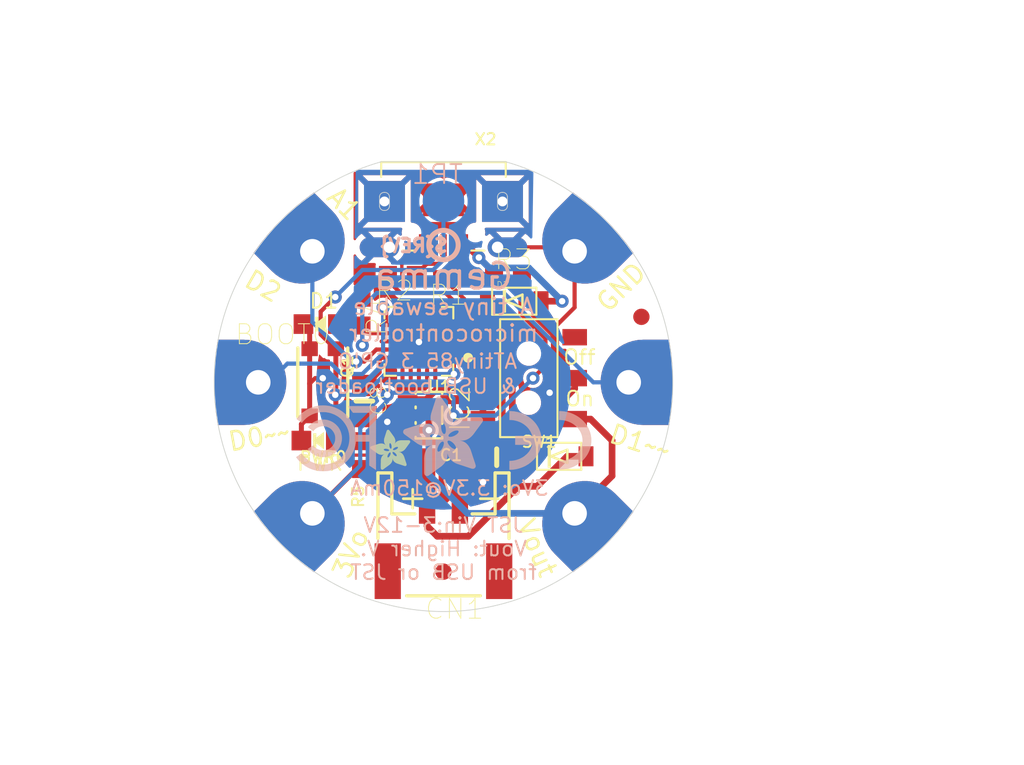
<source format=kicad_pcb>
(kicad_pcb (version 20221018) (generator pcbnew)
  (layers (0 "F.Cu" signal) (1 "In1.Cu" signal) (2 "In2.Cu" signal) (3 "In3.Cu" signal) (4 "In4.Cu" signal) (5 "In5.Cu" signal) (6 "In6.Cu" signal) (7 "In7.Cu" signal) (8 "In8.Cu" signal) (9 "In9.Cu" signal) (10 "In10.Cu" signal) (11 "In11.Cu" signal) (12 "In12.Cu" signal) (13 "In13.Cu" signal) (14 "In14.Cu" signal) (31 "B.Cu" signal) (34 "B.Paste" user) (35 "F.Paste" user) (36 "B.SilkS" user "B.Silkscreen") (37 "F.SilkS" user "F.Silkscreen") (38 "B.Mask" user) (39 "F.Mask" user) (44 "Edge.Cuts" user))
  (net 0 "")
  (net 1 "N$3")
  (net 2 "N$4")
  (net 3 "GND")
  (net 4 "+3V3")
  (net 5 "N$2")
  (net 6 "N$5")
  (net 7 "VBUS")
  (net 8 "B0")
  (net 9 "B2")
  (net 10 "N$1")
  (net 11 "B1")
  (net 12 "N$6")
  (net 13 "VBAT")
  (net 14 "N$7")
  (net 15 "N$8")
  (net 16 "N$9")
  (footprint "working:CHIPLED_0805_NOOUTLINE" (layer "F.Cu") (at 140.8811 108.293005 90)
    (fp_text reference "PWR0" (at -1.016 1.778) (layer "F.SilkS") (effects (font (size 0.692831 0.692831) (thickness 0.119969)) (justify right)))
    (fp_text value "green")
    (pad "A" smd rect (at 0 1.05 90) (size 1.2 1.2) (layers "F.Cu" "F.Paste" "F.Mask") (net 15 "N$8"))
    (pad "C" smd rect (at 0 -1.05 90) (size 1.2 1.2) (layers "F.Cu" "F.Paste" "F.Mask") (net 3 "GND"))
  )
  (footprint "working:SOT23-5L" (layer "F.Cu") (at 147.6121 106.743605 -90)
    (fp_text reference "IC2" (at -1.905 -1.905 90) (layer "F.SilkS") (effects (font (size 1.176528 1.176528) (thickness 0.093472)) (justify right)))
    (fp_text value "MIC5225-3.3v")
    (pad "1" smd rect (at -0.95 1.3 270) (size 0.55 1.2) (layers "F.Cu" "F.Paste" "F.Mask") (net 14 "N$7"))
    (pad "2" smd rect (at 0 1.3 270) (size 0.55 1.2) (layers "F.Cu" "F.Paste" "F.Mask") (net 3 "GND"))
    (pad "3" smd rect (at 0.95 1.3 270) (size 0.55 1.2) (layers "F.Cu" "F.Paste" "F.Mask") (net 14 "N$7"))
    (pad "4" smd rect (at 0.95 -1.3 270) (size 0.55 1.2) (layers "F.Cu" "F.Paste" "F.Mask"))
    (pad "5" smd rect (at -0.95 -1.3 270) (size 0.55 1.2) (layers "F.Cu" "F.Paste" "F.Mask") (net 4 "+3V3"))
  )
  (footprint "working:0805-NO" (layer "F.Cu") (at 151.7491 109.309005 180)
    (fp_text reference "C1" (at 2.032 0.127) (layer "F.SilkS") (effects (font (size 0.692831 0.692831) (thickness 0.119969)) (justify right)))
    (fp_text value "10uF")
    (pad "1" smd rect (at -0.95 0 180) (size 1.3 1.5) (layers "F.Cu" "F.Paste" "F.Mask") (net 16 "N$9"))
    (pad "2" smd rect (at 0.95 0 180) (size 1.3 1.5) (layers "F.Cu" "F.Paste" "F.Mask") (net 3 "GND"))
  )
  (footprint "working:4UCONN_20329" (layer "F.Cu") (at 148.5011 95.593005 180)
    (fp_text reference "X2" (at -3.31 5.699) (layer "F.SilkS") (effects (font (size 0.692831 0.692831) (thickness 0.119969)) (justify right)))
    (fp_text value "MicroUSB")
    (fp_line (start -3.9 2.2) (end -3.9 1.6) (stroke (width 0.05)) (layer "Edge.Cuts"))
    (fp_line (start -3.3 1.6) (end -3.3 2.2) (stroke (width 0.05)) (layer "Edge.Cuts"))
    (fp_line (start 3.3 2.2) (end 3.3 1.6) (stroke (width 0.05)) (layer "Edge.Cuts"))
    (fp_line (start 3.9 1.6) (end 3.9 2.2) (stroke (width 0.05)) (layer "Edge.Cuts"))
    (fp_arc (start -3.9 1.6) (mid -3.801777 1.412868) (end -3.6 1.35) (stroke (width 0.05)) (layer "Edge.Cuts"))
    (fp_arc (start -3.6 1.35) (mid -3.398223 1.412868) (end -3.3 1.6) (stroke (width 0.05)) (layer "Edge.Cuts"))
    (fp_arc (start -3.6 2.45) (mid -3.801777 2.387132) (end -3.9 2.2) (stroke (width 0.05)) (layer "Edge.Cuts"))
    (fp_arc (start -3.3 2.2) (mid -3.398223 2.387132) (end -3.6 2.45) (stroke (width 0.05)) (layer "Edge.Cuts"))
    (fp_arc (start 3.3 1.6) (mid 3.398223 1.412868) (end 3.6 1.35) (stroke (width 0.05)) (layer "Edge.Cuts"))
    (fp_arc (start 3.6 1.35) (mid 3.801777 1.412868) (end 3.9 1.6) (stroke (width 0.05)) (layer "Edge.Cuts"))
    (fp_arc (start 3.6 2.45) (mid 3.398223 2.387132) (end 3.3 2.2) (stroke (width 0.05)) (layer "Edge.Cuts"))
    (fp_arc (start 3.9 2.2) (mid 3.801777 2.387132) (end 3.6 2.45) (stroke (width 0.05)) (layer "Edge.Cuts"))
    (pad "" np_thru_hole circle (at -1.95 0 180) (size 0.7 0.7) (drill 0.7) (layers "*.Cu" "*.Mask"))
    (pad "" np_thru_hole circle (at 1.95 0 180) (size 0.7 0.7) (drill 0.7) (layers "*.Cu" "*.Mask"))
    (pad "BASE@1" smd rect (at -0.75 2 270) (size 2 1) (layers "F.Cu" "F.Paste" "F.Mask") (net 3 "GND"))
    (pad "BASE@2" smd rect (at 0.75 2 270) (size 2 1) (layers "F.Cu" "F.Paste" "F.Mask") (net 3 "GND"))
    (pad "D+" smd rect (at 0 -0.775 180) (size 0.4 1.35) (layers "F.Cu" "F.Paste") (net 5 "N$2"))
    (pad "D-" smd rect (at -0.65 -0.775 180) (size 0.4 1.35) (layers "F.Cu" "F.Paste") (net 6 "N$5"))
    (pad "GND" smd rect (at 1.3 -0.775 180) (size 0.4 1.35) (layers "F.Cu" "F.Paste") (net 3 "GND"))
    (pad "ID" smd rect (at 0.65 -0.775 180) (size 0.4 1.35) (layers "F.Cu" "F.Paste"))
    (pad "SPRT@1" thru_hole oval (at -3.3 -0.9) (size 2.416 1.208) (drill 0.7 (offset 0.604 0)) (layers "*.Cu" "*.Mask") (net 3 "GND"))
    (pad "SPRT@2" thru_hole oval (at 3.3 -0.9 180) (size 2.416 1.208) (drill 0.7 (offset 0.604 0)) (layers "*.Cu" "*.Mask") (net 3 "GND"))
    (pad "SPRT@3" thru_hole rect (at -3.6 1.9 270) (size 2.5 2.5) (drill 0.6) (layers "*.Cu" "*.Mask") (net 3 "GND"))
    (pad "SPRT@4" thru_hole rect (at 3.6 1.9 270) (size 2.5 2.5) (drill 0.6) (layers "*.Cu" "*.Mask") (net 3 "GND"))
    (pad "VBUS" smd rect (at -1.3 -0.775 180) (size 0.4 1.35) (layers "F.Cu" "F.Paste") (net 7 "VBUS"))
  )
  (footprint "working:ADAFRUIT_2.5MM" (layer "F.Cu") (at 146.4691 110.071005 90)
    (fp_text reference "U$2" hide)
    (fp_text value "" hide)
  )
  (footprint "working:SEWINGTAP_2.0" (layer "F.Cu") (at 156.5021 112.738005 -135)
    (fp_text reference "VBAT0" hide)
    (fp_text value "SEWTAP-2.0IN" hide)
    (fp_poly (pts (xy 1.097845 -2.657662) (xy 1.826708 -2.584729) (xy 2.6035 -2.467646) (xy 2.6035 -0.887081) (xy 2.584633 -0.575169) (xy 2.527959 -0.265914) (xy 2.434423 0.034255) (xy 2.305387 0.320961) (xy 2.142734 0.590022) (xy 1.948834 0.837517) (xy 1.726517 1.059834) (xy 1.479022 1.253734) (xy 1.209961 1.416387) (xy 0.923255 1.545423) (xy 0.623086 1.638959) (xy 0.313831 1.695633) (xy 0 1.714616) (xy -0.313831 1.695633) (xy -0.623086 1.638959) (xy -0.923255 1.545423) (xy -1.209961 1.416387) (xy -1.479022 1.253734) (xy -1.726517 1.059834) (xy -1.948834 0.837517) (xy -2.142734 0.590022) (xy -2.305387 0.320961) (xy -2.434423 0.034255) (xy -2.527959 -0.265914) (xy -2.584633 -0.575169) (xy -2.6035 -0.887081) (xy -2.6035 -2.467646) (xy -1.826708 -2.584729) (xy -1.097845 -2.657662) (xy -0.366252 -2.694174) (xy 0.366252 -2.694174)) (fill solid) (layer "F.Cu"))
    (fp_poly (pts (xy 1.097845 -2.657662) (xy 1.826708 -2.584729) (xy 2.6035 -2.467646) (xy 2.6035 -0.887081) (xy 2.584633 -0.575169) (xy 2.527959 -0.265914) (xy 2.434423 0.034255) (xy 2.305387 0.320961) (xy 2.142734 0.590022) (xy 1.948834 0.837517) (xy 1.726517 1.059834) (xy 1.479022 1.253734) (xy 1.209961 1.416387) (xy 0.923255 1.545423) (xy 0.623086 1.638959) (xy 0.313831 1.695633) (xy 0 1.714616) (xy -0.313831 1.695633) (xy -0.623086 1.638959) (xy -0.923255 1.545423) (xy -1.209961 1.416387) (xy -1.479022 1.253734) (xy -1.726517 1.059834) (xy -1.948834 0.837517) (xy -2.142734 0.590022) (xy -2.305387 0.320961) (xy -2.434423 0.034255) (xy -2.527959 -0.265914) (xy -2.584633 -0.575169) (xy -2.6035 -0.887081) (xy -2.6035 -2.467646) (xy -1.826708 -2.584729) (xy -1.097845 -2.657662) (xy -0.366252 -2.694174) (xy 0.366252 -2.694174)) (fill solid) (layer "B.Cu"))
    (pad "P$1" thru_hole circle (at 0 0 225) (size 2.54 2.54) (drill 1.5) (layers "*.Cu" "*.Mask") (net 14 "N$7"))
  )
  (footprint "working:JSTPH2" (layer "F.Cu") (at 148.5011 114.770005 180)
    (fp_text reference "CN1" (at -2.54 -3.81) (layer "F.SilkS") (effects (font (size 1.21668 1.21668) (thickness 0.05332)) (justify right)))
    (fp_text value "JST-PH")
    (pad "1" smd rect (at -1 3.7 180) (size 1 4.6) (layers "F.Cu" "F.Paste" "F.Mask") (net 3 "GND"))
    (pad "2" smd rect (at 1 3.7 180) (size 1 4.6) (layers "F.Cu" "F.Paste" "F.Mask") (net 13 "VBAT"))
    (pad "NC1" smd rect (at -3.4 -1.5 270) (size 3.4 1.6) (layers "F.Cu" "F.Paste" "F.Mask"))
    (pad "NC2" smd rect (at 3.4 -1.5 270) (size 3.4 1.6) (layers "F.Cu" "F.Paste" "F.Mask"))
  )
  (footprint "working:MLF20_4X4MM_0.5MM_ATMEL" (layer "F.Cu") (at 147.0011 102.237005 180)
    (fp_text reference "U1" (at -2.012 -2.77) (layer "F.SilkS") (effects (font (size 0.692831 0.692831) (thickness 0.119969)) (justify right)))
    (fp_text value "ATTINY85")
    (pad "1" smd roundrect (at -2 -1 180) (size 0.8 0.25) (layers "F.Cu" "F.Paste" "F.Mask") (roundrect_rratio 0.5) (net 10 "N$1"))
    (pad "2" smd roundrect (at -2 -0.5 180) (size 0.8 0.25) (layers "F.Cu" "F.Paste" "F.Mask") (roundrect_rratio 0.5) (net 1 "N$3"))
    (pad "3" smd roundrect (at -2 0 180) (size 0.8 0.25) (layers "F.Cu" "F.Paste" "F.Mask") (roundrect_rratio 0.5))
    (pad "4" smd roundrect (at -2 0.5 180) (size 0.8 0.25) (layers "F.Cu" "F.Paste" "F.Mask") (roundrect_rratio 0.5))
    (pad "5" smd roundrect (at -2 1 180) (size 0.8 0.25) (layers "F.Cu" "F.Paste" "F.Mask") (roundrect_rratio 0.5) (net 2 "N$4"))
    (pad "6" smd roundrect (at -1 2 270) (size 0.8 0.25) (layers "F.Cu" "F.Paste" "F.Mask") (roundrect_rratio 0.5))
    (pad "7" smd roundrect (at -0.5 2 270) (size 0.8 0.25) (layers "F.Cu" "F.Paste" "F.Mask") (roundrect_rratio 0.5))
    (pad "8" smd roundrect (at 0 2 270) (size 0.8 0.25) (layers "F.Cu" "F.Paste" "F.Mask") (roundrect_rratio 0.5) (net 3 "GND"))
    (pad "9" smd roundrect (at 0.5 2 270) (size 0.8 0.25) (layers "F.Cu" "F.Paste" "F.Mask") (roundrect_rratio 0.5))
    (pad "10" smd roundrect (at 1 2 270) (size 0.8 0.25) (layers "F.Cu" "F.Paste" "F.Mask") (roundrect_rratio 0.5))
    (pad "11" smd roundrect (at 2 1) (size 0.8 0.25) (layers "F.Cu" "F.Paste" "F.Mask") (roundrect_rratio 0.5) (net 8 "B0"))
    (pad "12" smd roundrect (at 2 0.5) (size 0.8 0.25) (layers "F.Cu" "F.Paste" "F.Mask") (roundrect_rratio 0.5) (net 11 "B1"))
    (pad "13" smd roundrect (at 2 0) (size 0.8 0.25) (layers "F.Cu" "F.Paste" "F.Mask") (roundrect_rratio 0.5))
    (pad "14" smd roundrect (at 2 -0.5) (size 0.8 0.25) (layers "F.Cu" "F.Paste" "F.Mask") (roundrect_rratio 0.5) (net 9 "B2"))
    (pad "15" smd roundrect (at 2 -1) (size 0.8 0.25) (layers "F.Cu" "F.Paste" "F.Mask") (roundrect_rratio 0.5) (net 4 "+3V3"))
    (pad "16" smd roundrect (at 1 -2 90) (size 0.8 0.25) (layers "F.Cu" "F.Paste" "F.Mask") (roundrect_rratio 0.5))
    (pad "17" smd roundrect (at 0.5 -2 90) (size 0.8 0.25) (layers "F.Cu" "F.Paste" "F.Mask") (roundrect_rratio 0.5))
    (pad "18" smd roundrect (at 0 -2 90) (size 0.8 0.25) (layers "F.Cu" "F.Paste" "F.Mask") (roundrect_rratio 0.5))
    (pad "19" smd roundrect (at -0.5 -2 90) (size 0.8 0.25) (layers "F.Cu" "F.Paste" "F.Mask") (roundrect_rratio 0.5))
    (pad "20" smd roundrect (at -1 -2 90) (size 0.8 0.25) (layers "F.Cu" "F.Paste" "F.Mask") (roundrect_rratio 0.5))
    (pad "THERMAL" smd rect (at 0 0 180) (size 2.6 2.6) (layers "F.Cu" "F.Mask") (net 3 "GND"))
  )
  (footprint "working:EG1390" (layer "F.Cu") (at 153.7081 104.483005 90)
    (fp_text reference "SW1" (at -3.886 1.764) (layer "F.SilkS") (effects (font (size 0.692831 0.692831) (thickness 0.119969)) (justify right)))
    (fp_text value "")
    (pad "" np_thru_hole circle (at -1.5 0 90) (size 1 1) (drill 1) (layers "*.Cu" "*.Mask"))
    (pad "" np_thru_hole circle (at 1.5 0 90) (size 1 1) (drill 1) (layers "*.Cu" "*.Mask"))
    (pad "O1" smd rect (at -2.5 -2.8 90) (size 1 1.5) (layers "F.Cu" "F.Paste" "F.Mask") (net 14 "N$7"))
    (pad "O2" smd rect (at -2.5 2.8 90) (size 1 1.5) (layers "F.Cu" "F.Paste" "F.Mask") (net 14 "N$7"))
    (pad "P1" smd rect (at 0 -2.8 90) (size 1 1.5) (layers "F.Cu" "F.Paste" "F.Mask") (net 16 "N$9"))
    (pad "P2" smd rect (at 0 2.8 90) (size 1 1.5) (layers "F.Cu" "F.Paste" "F.Mask") (net 16 "N$9"))
    (pad "S1" smd rect (at 2.5 -2.8 90) (size 1 1.5) (layers "F.Cu" "F.Paste" "F.Mask"))
    (pad "S2" smd rect (at 2.5 2.8 90) (size 1 1.5) (layers "F.Cu" "F.Paste" "F.Mask"))
  )
  (footprint "working:SEWINGTAP_2.0" (layer "F.Cu") (at 137.1981 104.737005 90)
    (fp_text reference "B0" hide)
    (fp_text value "SEWTAP-2.0IN" hide)
    (fp_poly (pts (xy 1.097845 -2.657662) (xy 1.826708 -2.584729) (xy 2.6035 -2.467646) (xy 2.6035 -0.887081) (xy 2.584633 -0.575169) (xy 2.527959 -0.265914) (xy 2.434423 0.034255) (xy 2.305387 0.320961) (xy 2.142734 0.590022) (xy 1.948834 0.837517) (xy 1.726517 1.059834) (xy 1.479022 1.253734) (xy 1.209961 1.416387) (xy 0.923255 1.545423) (xy 0.623086 1.638959) (xy 0.313831 1.695633) (xy 0 1.714616) (xy -0.313831 1.695633) (xy -0.623086 1.638959) (xy -0.923255 1.545423) (xy -1.209961 1.416387) (xy -1.479022 1.253734) (xy -1.726517 1.059834) (xy -1.948834 0.837517) (xy -2.142734 0.590022) (xy -2.305387 0.320961) (xy -2.434423 0.034255) (xy -2.527959 -0.265914) (xy -2.584633 -0.575169) (xy -2.6035 -0.887081) (xy -2.6035 -2.467646) (xy -1.826708 -2.584729) (xy -1.097845 -2.657662) (xy -0.366252 -2.694174) (xy 0.366252 -2.694174)) (fill solid) (layer "F.Cu"))
    (fp_poly (pts (xy 1.097845 -2.657662) (xy 1.826708 -2.584729) (xy 2.6035 -2.467646) (xy 2.6035 -0.887081) (xy 2.584633 -0.575169) (xy 2.527959 -0.265914) (xy 2.434423 0.034255) (xy 2.305387 0.320961) (xy 2.142734 0.590022) (xy 1.948834 0.837517) (xy 1.726517 1.059834) (xy 1.479022 1.253734) (xy 1.209961 1.416387) (xy 0.923255 1.545423) (xy 0.623086 1.638959) (xy 0.313831 1.695633) (xy 0 1.714616) (xy -0.313831 1.695633) (xy -0.623086 1.638959) (xy -0.923255 1.545423) (xy -1.209961 1.416387) (xy -1.479022 1.253734) (xy -1.726517 1.059834) (xy -1.948834 0.837517) (xy -2.142734 0.590022) (xy -2.305387 0.320961) (xy -2.434423 0.034255) (xy -2.527959 -0.265914) (xy -2.584633 -0.575169) (xy -2.6035 -0.887081) (xy -2.6035 -2.467646) (xy -1.826708 -2.584729) (xy -1.097845 -2.657662) (xy -0.366252 -2.694174) (xy 0.366252 -2.694174)) (fill solid) (layer "B.Cu"))
    (pad "P$1" thru_hole circle (at 0 0 90) (size 2.54 2.54) (drill 1.5) (layers "*.Cu" "*.Mask") (net 8 "B0"))
  )
  (footprint "working:SOD-123FL" (layer "F.Cu") (at 152.8191 99.784005)
    (fp_text reference "D2" (at -1.1 -1) (layer "F.SilkS") (effects (font (size 0.376489 0.376489) (thickness 0.029911)) (justify left)))
    (fp_text value "SCHOTTKY")
    (pad "A" smd rect (at 1.6375 0) (size 0.91 1.22) (layers "F.Cu" "F.Paste" "F.Mask") (net 7 "VBUS"))
    (pad "C" smd rect (at -1.6375 0) (size 0.91 1.22) (layers "F.Cu" "F.Paste" "F.Mask") (net 16 "N$9"))
  )
  (footprint "working:0603-NO" (layer "F.Cu") (at 149.2631 98.387005 180)
    (fp_text reference "R1" (at -0.762 -1.016) (layer "F.SilkS") (effects (font (size 1.21668 1.21668) (thickness 0.05332)) (justify right)))
    (fp_text value "68 (0603)")
    (pad "1" smd rect (at -0.85 0 180) (size 1.1 1) (layers "F.Cu" "F.Paste" "F.Mask") (net 6 "N$5"))
    (pad "2" smd rect (at 0.85 0 180) (size 1.1 1) (layers "F.Cu" "F.Paste" "F.Mask") (net 1 "N$3"))
  )
  (footprint "working:SEWINGTAP_2.0" (layer "F.Cu") (at 159.8041 104.737005 -90)
    (fp_text reference "B1" hide)
    (fp_text value "SEWTAP-2.0IN" hide)
    (fp_poly (pts (xy 1.097845 -2.657662) (xy 1.826708 -2.584729) (xy 2.6035 -2.467646) (xy 2.6035 -0.887081) (xy 2.584633 -0.575169) (xy 2.527959 -0.265914) (xy 2.434423 0.034255) (xy 2.305387 0.320961) (xy 2.142734 0.590022) (xy 1.948834 0.837517) (xy 1.726517 1.059834) (xy 1.479022 1.253734) (xy 1.209961 1.416387) (xy 0.923255 1.545423) (xy 0.623086 1.638959) (xy 0.313831 1.695633) (xy 0 1.714616) (xy -0.313831 1.695633) (xy -0.623086 1.638959) (xy -0.923255 1.545423) (xy -1.209961 1.416387) (xy -1.479022 1.253734) (xy -1.726517 1.059834) (xy -1.948834 0.837517) (xy -2.142734 0.590022) (xy -2.305387 0.320961) (xy -2.434423 0.034255) (xy -2.527959 -0.265914) (xy -2.584633 -0.575169) (xy -2.6035 -0.887081) (xy -2.6035 -2.467646) (xy -1.826708 -2.584729) (xy -1.097845 -2.657662) (xy -0.366252 -2.694174) (xy 0.366252 -2.694174)) (fill solid) (layer "F.Cu"))
    (fp_poly (pts (xy 1.097845 -2.657662) (xy 1.826708 -2.584729) (xy 2.6035 -2.467646) (xy 2.6035 -0.887081) (xy 2.584633 -0.575169) (xy 2.527959 -0.265914) (xy 2.434423 0.034255) (xy 2.305387 0.320961) (xy 2.142734 0.590022) (xy 1.948834 0.837517) (xy 1.726517 1.059834) (xy 1.479022 1.253734) (xy 1.209961 1.416387) (xy 0.923255 1.545423) (xy 0.623086 1.638959) (xy 0.313831 1.695633) (xy 0 1.714616) (xy -0.313831 1.695633) (xy -0.623086 1.638959) (xy -0.923255 1.545423) (xy -1.209961 1.416387) (xy -1.479022 1.253734) (xy -1.726517 1.059834) (xy -1.948834 0.837517) (xy -2.142734 0.590022) (xy -2.305387 0.320961) (xy -2.434423 0.034255) (xy -2.527959 -0.265914) (xy -2.584633 -0.575169) (xy -2.6035 -0.887081) (xy -2.6035 -2.467646) (xy -1.826708 -2.584729) (xy -1.097845 -2.657662) (xy -0.366252 -2.694174) (xy 0.366252 -2.694174)) (fill solid) (layer "B.Cu"))
    (pad "P$1" thru_hole circle (at 0 0 270) (size 2.54 2.54) (drill 1.5) (layers "*.Cu" "*.Mask") (net 11 "B1"))
  )
  (footprint "working:CHIPLED_0805_NOOUTLINE" (layer "F.Cu") (at 141.0081 101.181005 90)
    (fp_text reference "BOOT0" (at -0.635 0.635) (layer "F.SilkS") (effects (font (size 1.21668 1.21668) (thickness 0.05332)) (justify right)))
    (fp_text value "red")
    (pad "A" smd rect (at 0 1.05 90) (size 1.2 1.2) (layers "F.Cu" "F.Paste" "F.Mask") (net 12 "N$6"))
    (pad "C" smd rect (at 0 -1.05 90) (size 1.2 1.2) (layers "F.Cu" "F.Paste" "F.Mask") (net 3 "GND"))
  )
  (footprint "working:SOD-123FL" (layer "F.Cu") (at 155.5591 109.255005)
    (fp_text reference "D3" (at -1.1 -1) (layer "F.SilkS") (effects (font (size 0.376489 0.376489) (thickness 0.029911)) (justify left)))
    (fp_text value "SCHOTTKY")
    (pad "A" smd rect (at 1.6375 0) (size 0.91 1.22) (layers "F.Cu" "F.Paste" "F.Mask") (net 13 "VBAT"))
    (pad "C" smd rect (at -1.6375 0) (size 0.91 1.22) (layers "F.Cu" "F.Paste" "F.Mask") (net 16 "N$9"))
  )
  (footprint "working:0603-NO" (layer "F.Cu") (at 145.9611 98.133005 180)
    (fp_text reference "R2" (at -0.762 -1.016) (layer "F.SilkS") (effects (font (size 1.21668 1.21668) (thickness 0.05332)) (justify right)))
    (fp_text value "68 (0603)")
    (pad "1" smd rect (at -0.85 0 180) (size 1.1 1) (layers "F.Cu" "F.Paste" "F.Mask") (net 5 "N$2"))
    (pad "2" smd rect (at 0.85 0 180) (size 1.1 1) (layers "F.Cu" "F.Paste" "F.Mask") (net 2 "N$4"))
  )
  (footprint "working:0603-NO" (layer "F.Cu") (at 152.4381 98.133005)
    (fp_text reference "R3" (at -0.889 -0.889) (layer "F.SilkS") (effects (font (size 1.21668 1.21668) (thickness 0.05332)) (justify left)))
    (fp_text value "1.5K (0603)")
    (pad "1" smd rect (at -0.85 0) (size 1.1 1) (layers "F.Cu" "F.Paste" "F.Mask") (net 6 "N$5"))
    (pad "2" smd rect (at 0.85 0) (size 1.1 1) (layers "F.Cu" "F.Paste" "F.Mask") (net 4 "+3V3"))
  )
  (footprint "working:BTN_KMR2_4.6X2.8" (layer "F.Cu") (at 141.1351 104.737005 -90)
    (fp_text reference "Q1" (at -1.732 -1.503 90) (layer "F.SilkS") (effects (font (size 0.692831 0.692831) (thickness 0.119969)) (justify right)))
    (fp_text value "reset")
    (pad "A" smd rect (at 2.05 -0.8 270) (size 0.9 1) (layers "F.Cu" "F.Paste" "F.Mask") (net 10 "N$1"))
    (pad "A'" smd rect (at -2.05 -0.8 270) (size 0.9 1) (layers "F.Cu" "F.Paste" "F.Mask") (net 10 "N$1"))
    (pad "B" smd rect (at 2.05 0.8 270) (size 0.9 1) (layers "F.Cu" "F.Paste" "F.Mask") (net 3 "GND"))
    (pad "B'" smd rect (at -2.05 0.8 270) (size 0.9 1) (layers "F.Cu" "F.Paste" "F.Mask") (net 3 "GND"))
  )
  (footprint "working:FIDUCIAL_1MM" (layer "F.Cu") (at 160.5771 100.738005 90)
    (fp_text reference "U$1" hide)
    (fp_text value "FIDUCIAL\"\"" hide)
    (pad "1" smd roundrect (at 0 0 90) (size 1 1) (layers "F.Cu" "F.Mask") (roundrect_rratio 0.5))
  )
  (footprint "working:0603-NO" (layer "F.Cu") (at 143.5481 100.419005 -90)
    (fp_text reference "R4" (at -0.889 -0.889 90) (layer "F.SilkS") (effects (font (size 1.21668 1.21668) (thickness 0.05332)) (justify right)))
    (fp_text value "470 (0603)")
    (pad "1" smd rect (at -0.85 0 270) (size 1.1 1) (layers "F.Cu" "F.Paste" "F.Mask") (net 12 "N$6"))
    (pad "2" smd rect (at 0.85 0 270) (size 1.1 1) (layers "F.Cu" "F.Paste" "F.Mask") (net 11 "B1"))
  )
  (footprint "working:SEWINGTAP_2.0" (layer "F.Cu") (at 140.5001 96.736005 45)
    (fp_text reference "B2" hide)
    (fp_text value "SEWTAP-2.0IN" hide)
    (fp_poly (pts (xy 1.097845 -2.657662) (xy 1.826708 -2.584729) (xy 2.6035 -2.467646) (xy 2.6035 -0.887081) (xy 2.584633 -0.575169) (xy 2.527959 -0.265914) (xy 2.434423 0.034255) (xy 2.305387 0.320961) (xy 2.142734 0.590022) (xy 1.948834 0.837517) (xy 1.726517 1.059834) (xy 1.479022 1.253734) (xy 1.209961 1.416387) (xy 0.923255 1.545423) (xy 0.623086 1.638959) (xy 0.313831 1.695633) (xy 0 1.714616) (xy -0.313831 1.695633) (xy -0.623086 1.638959) (xy -0.923255 1.545423) (xy -1.209961 1.416387) (xy -1.479022 1.253734) (xy -1.726517 1.059834) (xy -1.948834 0.837517) (xy -2.142734 0.590022) (xy -2.305387 0.320961) (xy -2.434423 0.034255) (xy -2.527959 -0.265914) (xy -2.584633 -0.575169) (xy -2.6035 -0.887081) (xy -2.6035 -2.467646) (xy -1.826708 -2.584729) (xy -1.097845 -2.657662) (xy -0.366252 -2.694174) (xy 0.366252 -2.694174)) (fill solid) (layer "F.Cu"))
    (fp_poly (pts (xy 1.097845 -2.657662) (xy 1.826708 -2.584729) (xy 2.6035 -2.467646) (xy 2.6035 -0.887081) (xy 2.584633 -0.575169) (xy 2.527959 -0.265914) (xy 2.434423 0.034255) (xy 2.305387 0.320961) (xy 2.142734 0.590022) (xy 1.948834 0.837517) (xy 1.726517 1.059834) (xy 1.479022 1.253734) (xy 1.209961 1.416387) (xy 0.923255 1.545423) (xy 0.623086 1.638959) (xy 0.313831 1.695633) (xy 0 1.714616) (xy -0.313831 1.695633) (xy -0.623086 1.638959) (xy -0.923255 1.545423) (xy -1.209961 1.416387) (xy -1.479022 1.253734) (xy -1.726517 1.059834) (xy -1.948834 0.837517) (xy -2.142734 0.590022) (xy -2.305387 0.320961) (xy -2.434423 0.034255) (xy -2.527959 -0.265914) (xy -2.584633 -0.575169) (xy -2.6035 -0.887081) (xy -2.6035 -2.467646) (xy -1.826708 -2.584729) (xy -1.097845 -2.657662) (xy -0.366252 -2.694174) (xy 0.366252 -2.694174)) (fill solid) (layer "B.Cu"))
    (pad "P$1" thru_hole circle (at 0 0 45) (size 2.54 2.54) (drill 1.5) (layers "*.Cu" "*.Mask") (net 9 "B2"))
  )
  (footprint "working:FIDUCIAL_1MM" (layer "F.Cu") (at 148.5011 116.297005)
    (fp_text reference "U$6" hide)
    (fp_text value "FIDUCIAL\"\"" hide)
    (pad "1" smd roundrect (at 0 0) (size 1 1) (layers "F.Cu" "F.Mask") (roundrect_rratio 0.5))
  )
  (footprint "working:0603-NO" (layer "F.Cu") (at 143.4211 109.182005 -90)
    (fp_text reference "R5" (at 1.778 0.127 90) (layer "F.SilkS") (effects (font (size 0.692831 0.692831) (thickness 0.119969)) (justify right)))
    (fp_text value "470 (0603)")
    (pad "1" smd rect (at -0.85 0 270) (size 1.1 1) (layers "F.Cu" "F.Paste" "F.Mask") (net 15 "N$8"))
    (pad "2" smd rect (at 0.85 0 270) (size 1.1 1) (layers "F.Cu" "F.Paste" "F.Mask") (net 4 "+3V3"))
  )
  (footprint "working:0805-NO" (layer "F.Cu") (at 143.6751 105.880005 -90)
    (fp_text reference "C8" (at -1 -0.875 90) (layer "F.SilkS") (effects (font (size 0.96268 0.96268) (thickness 0.05332)) (justify right)))
    (fp_text value "10uF")
    (pad "1" smd rect (at -0.95 0 270) (size 1.3 1.5) (layers "F.Cu" "F.Paste" "F.Mask") (net 4 "+3V3"))
    (pad "2" smd rect (at 0.95 0 270) (size 1.3 1.5) (layers "F.Cu" "F.Paste" "F.Mask") (net 3 "GND"))
  )
  (footprint "working:SEWINGTAP_2.0" (layer "F.Cu") (at 156.5021 96.736005 -45)
    (fp_text reference "GND0" hide)
    (fp_text value "SEWTAP-2.0IN" hide)
    (fp_poly (pts (xy 1.097845 -2.657662) (xy 1.826708 -2.584729) (xy 2.6035 -2.467646) (xy 2.6035 -0.887081) (xy 2.584633 -0.575169) (xy 2.527959 -0.265914) (xy 2.434423 0.034255) (xy 2.305387 0.320961) (xy 2.142734 0.590022) (xy 1.948834 0.837517) (xy 1.726517 1.059834) (xy 1.479022 1.253734) (xy 1.209961 1.416387) (xy 0.923255 1.545423) (xy 0.623086 1.638959) (xy 0.313831 1.695633) (xy 0 1.714616) (xy -0.313831 1.695633) (xy -0.623086 1.638959) (xy -0.923255 1.545423) (xy -1.209961 1.416387) (xy -1.479022 1.253734) (xy -1.726517 1.059834) (xy -1.948834 0.837517) (xy -2.142734 0.590022) (xy -2.305387 0.320961) (xy -2.434423 0.034255) (xy -2.527959 -0.265914) (xy -2.584633 -0.575169) (xy -2.6035 -0.887081) (xy -2.6035 -2.467646) (xy -1.826708 -2.584729) (xy -1.097845 -2.657662) (xy -0.366252 -2.694174) (xy 0.366252 -2.694174)) (fill solid) (layer "F.Cu"))
    (fp_poly (pts (xy 1.097845 -2.657662) (xy 1.826708 -2.584729) (xy 2.6035 -2.467646) (xy 2.6035 -0.887081) (xy 2.584633 -0.575169) (xy 2.527959 -0.265914) (xy 2.434423 0.034255) (xy 2.305387 0.320961) (xy 2.142734 0.590022) (xy 1.948834 0.837517) (xy 1.726517 1.059834) (xy 1.479022 1.253734) (xy 1.209961 1.416387) (xy 0.923255 1.545423) (xy 0.623086 1.638959) (xy 0.313831 1.695633) (xy 0 1.714616) (xy -0.313831 1.695633) (xy -0.623086 1.638959) (xy -0.923255 1.545423) (xy -1.209961 1.416387) (xy -1.479022 1.253734) (xy -1.726517 1.059834) (xy -1.948834 0.837517) (xy -2.142734 0.590022) (xy -2.305387 0.320961) (xy -2.434423 0.034255) (xy -2.527959 -0.265914) (xy -2.584633 -0.575169) (xy -2.6035 -0.887081) (xy -2.6035 -2.467646) (xy -1.826708 -2.584729) (xy -1.097845 -2.657662) (xy -0.366252 -2.694174) (xy 0.366252 -2.694174)) (fill solid) (layer "B.Cu"))
    (pad "P$1" thru_hole circle (at 0 0 315) (size 2.54 2.54) (drill 1.5) (layers "*.Cu" "*.Mask") (net 3 "GND"))
  )
  (footprint "working:SEWINGTAP_2.0" (layer "F.Cu") (at 140.5001 112.738005 135)
    (fp_text reference "UNK3V3" hide)
    (fp_text value "SEWTAP-2.0IN" hide)
    (fp_poly (pts (xy 1.097845 -2.657662) (xy 1.826708 -2.584729) (xy 2.6035 -2.467646) (xy 2.6035 -0.887081) (xy 2.584633 -0.575169) (xy 2.527959 -0.265914) (xy 2.434423 0.034255) (xy 2.305387 0.320961) (xy 2.142734 0.590022) (xy 1.948834 0.837517) (xy 1.726517 1.059834) (xy 1.479022 1.253734) (xy 1.209961 1.416387) (xy 0.923255 1.545423) (xy 0.623086 1.638959) (xy 0.313831 1.695633) (xy 0 1.714616) (xy -0.313831 1.695633) (xy -0.623086 1.638959) (xy -0.923255 1.545423) (xy -1.209961 1.416387) (xy -1.479022 1.253734) (xy -1.726517 1.059834) (xy -1.948834 0.837517) (xy -2.142734 0.590022) (xy -2.305387 0.320961) (xy -2.434423 0.034255) (xy -2.527959 -0.265914) (xy -2.584633 -0.575169) (xy -2.6035 -0.887081) (xy -2.6035 -2.467646) (xy -1.826708 -2.584729) (xy -1.097845 -2.657662) (xy -0.366252 -2.694174) (xy 0.366252 -2.694174)) (fill solid) (layer "F.Cu"))
    (fp_poly (pts (xy 1.097845 -2.657662) (xy 1.826708 -2.584729) (xy 2.6035 -2.467646) (xy 2.6035 -0.887081) (xy 2.584633 -0.575169) (xy 2.527959 -0.265914) (xy 2.434423 0.034255) (xy 2.305387 0.320961) (xy 2.142734 0.590022) (xy 1.948834 0.837517) (xy 1.726517 1.059834) (xy 1.479022 1.253734) (xy 1.209961 1.416387) (xy 0.923255 1.545423) (xy 0.623086 1.638959) (xy 0.313831 1.695633) (xy 0 1.714616) (xy -0.313831 1.695633) (xy -0.623086 1.638959) (xy -0.923255 1.545423) (xy -1.209961 1.416387) (xy -1.479022 1.253734) (xy -1.726517 1.059834) (xy -1.948834 0.837517) (xy -2.142734 0.590022) (xy -2.305387 0.320961) (xy -2.434423 0.034255) (xy -2.527959 -0.265914) (xy -2.584633 -0.575169) (xy -2.6035 -0.887081) (xy -2.6035 -2.467646) (xy -1.826708 -2.584729) (xy -1.097845 -2.657662) (xy -0.366252 -2.694174) (xy 0.366252 -2.694174)) (fill solid) (layer "B.Cu"))
    (pad "P$1" thru_hole circle (at 0 0 135) (size 2.54 2.54) (drill 1.5) (layers "*.Cu" "*.Mask") (net 4 "+3V3"))
  )
  (footprint "working:SYMBOL_FCC_5MM" (layer "B.Cu") (at 144.4371 110.198005 180)
    (fp_text reference "U$8" hide)
    (fp_text value "" hide)
  )
  (footprint "working:PCBFEAT-REV-040" (layer "B.Cu") (at 148.5011 96.355005 180)
    (fp_text reference "U$10" hide)
    (fp_text value "" hide)
    (fp_text user "${REV}" (at -0.3556 -0.508) (layer "B.SilkS") (effects (font (size 0.8128 0.8128) (thickness 0.2032)) (justify left bottom mirror)))
  )
  (footprint "working:ADAFRUIT_5MM" (layer "B.Cu") (at 150.9141 110.452005 180)
    (fp_text reference "U$7" hide)
    (fp_text value "" hide)
  )
  (footprint "working:SYMBOL_CE_5MM" (layer "B.Cu") (at 157.5181 110.071005 180)
    (fp_text reference "U$9" hide)
    (fp_text value "" hide)
  )
  (footprint "working:B2,54" (layer "B.Cu") (at 148.5011 93.688005 180)
    (fp_text reference "TP1" (at -1.27 1.651) (layer "B.SilkS") (effects (font (size 1.1557 1.1557) (thickness 0.1143)) (justify left mirror)))
    (fp_text value "TPB2,54")
    (pad "TP" smd roundrect (at 0 0 180) (size 2.54 2.54) (layers "B.Cu" "B.Mask") (roundrect_rratio 0.5) (net 10 "N$1"))
  )
  (gr_arc (start 152.3111 91.275005) (mid 148.5011 118.732194) (end 144.6911 91.275005) (stroke (width 0.05)) (layer "Edge.Cuts"))
  (gr_line (start 144.6911 91.275005) (end 152.3111 91.275005) (stroke (width 0.05)) (layer "Edge.Cuts"))
  (gr_text "A tiny sewable\nmicrocontroller" (at 148.5011 100.927005) (layer "B.SilkS") (effects (font (size 1.00584 1.00584) (thickness 0.13716)) (justify mirror)))
  (gr_text "ATtiny85 3 GPIO" (at 153.0731 103.975005) (layer "B.SilkS") (effects (font (size 0.89408 0.89408) (thickness 0.12192)) (justify left bottom mirror)))
  (gr_text "Gemma" (at 148.5011 98.260005) (layer "B.SilkS") (effects (font (size 1.56464 1.56464) (thickness 0.21336)) (justify mirror)))
  (gr_text "& USB bootloader" (at 153.0731 105.499005) (layer "B.SilkS") (effects (font (size 0.89408 0.89408) (thickness 0.12192)) (justify left bottom mirror)))
  (gr_text "3Vo: 3.3V@150mA" (at 154.9781 111.722005) (layer "B.SilkS") (effects (font (size 0.89408 0.89408) (thickness 0.12192)) (justify left bottom mirror)))
  (gr_text "JST Vin:3-12V\nVout: Higher V.\nfrom USB or JST" (at 148.5011 114.897005) (layer "B.SilkS") (effects (font (size 0.89408 0.89408) (thickness 0.12192)) (justify mirror)))
  (gr_text "On" (at 155.8671 106.261005) (layer "F.SilkS") (effects (font (size 0.89408 0.89408) (thickness 0.12192)) (justify left bottom)))
  (gr_text "A1" (at 143.679429 94.163137 315) (layer "F.SilkS") (effects (font (size 1.1176 1.1176) (thickness 0.1524)) (justify right top)))
  (gr_text "Vout" (at 152.8191 113.373005 294) (layer "F.SilkS") (effects (font (size 1.1176 1.1176) (thickness 0.1524)) (justify left bottom)))
  (gr_text "PWR" (at 139.4841 110.198005) (layer "F.SilkS") (effects (font (size 0.89408 0.89408) (thickness 0.12192)) (justify left bottom)))
  (gr_text "+" (at 145.5801 112.611005) (layer "F.SilkS") (effects (font (size 1.50876 1.50876) (thickness 0.16764)) (justify left bottom)))
  (gr_text "D2" (at 138.8491 98.895005 330) (layer "F.SilkS") (effects (font (size 1.1176 1.1176) (thickness 0.1524)) (justify right top)))
  (gr_text "D0~~" (at 135.4201 109.055005 10) (layer "F.SilkS") (effects (font (size 1.1176 1.1176) (thickness 0.1524)) (justify left bottom)))
  (gr_text "3Vo" (at 142.7861 116.929005 66) (layer "F.SilkS") (effects (font (size 1.1176 1.1176) (thickness 0.1524)) (justify left bottom)))
  (gr_text "D1~~" (at 158.4071 108.420005 342) (layer "F.SilkS") (effects (font (size 1.1176 1.1176) (thickness 0.1524)) (justify left bottom)))
  (gr_text "D1" (at 140.2461 100.292005) (layer "F.SilkS") (effects (font (size 0.89408 0.89408) (thickness 0.12192)) (justify left bottom)))
  (gr_text "Off" (at 155.7401 103.721005) (layer "F.SilkS") (effects (font (size 0.89408 0.89408) (thickness 0.12192)) (justify left bottom)))
  (gr_text "GND" (at 158.5341 100.673005 45) (layer "F.SilkS") (effects (font (size 1.1176 1.1176) (thickness 0.1524)) (justify left bottom)))
  (gr_text "-" (at 150.2791 112.611005) (layer "F.SilkS") (effects (font (size 1.50876 1.50876) (thickness 0.16764)) (justify left bottom)))
  (segment (start 148.5011 98.387005) (end 148.4131 98.387005) (width 0.254) (layer "F.Cu") (net 1))
  (segment (start 149.7711 102.467005) (end 149.5011 102.737005) (width 0.254) (layer "F.Cu") (net 1))
  (segment (start 149.7711 99.657005) (end 149.7711 102.467005) (width 0.254) (layer "F.Cu") (net 1))
  (segment (start 149.5011 102.737005) (end 149.0011 102.737005) (width 0.254) (layer "F.Cu") (net 1))
  (segment (start 148.5011 98.387005) (end 149.7711 99.657005) (width 0.254) (layer "F.Cu") (net 1))
  (segment (start 149.1361 99.784005) (end 148.6281 99.276005) (width 0.254) (layer "F.Cu") (net 2))
  (segment (start 145.8731 99.276005) (end 145.1111 98.514005) (width 0.254) (layer "F.Cu") (net 2))
  (segment (start 145.1111 98.514005) (end 145.1111 98.133005) (width 0.254) (layer "F.Cu") (net 2))
  (segment (start 149.1361 101.102005) (end 149.0011 101.237005) (width 0.254) (layer "F.Cu") (net 2))
  (segment (start 149.1361 101.102005) (end 149.1361 99.784005) (width 0.254) (layer "F.Cu") (net 2))
  (segment (start 145.8731 99.276005) (end 148.6281 99.276005) (width 0.254) (layer "F.Cu") (net 2))
  (segment (start 140.3351 102.687005) (end 140.3351 101.558005) (width 0.3048) (layer "F.Cu") (net 3))
  (segment (start 156.5021 96.493005) (end 156.5021 96.736005) (width 0.254) (layer "F.Cu") (net 3))
  (segment (start 143.6751 106.830005) (end 143.8631 106.830005) (width 0.3048) (layer "F.Cu") (net 3))
  (segment (start 144.6911 108.039005) (end 144.6911 109.436005) (width 0.3048) (layer "F.Cu") (net 3))
  (segment (start 140.3351 106.787005) (end 140.3351 104.819033) (width 0.3048) (layer "F.Cu") (net 3))
  (segment (start 140.3351 104.819033) (end 140.3351 102.687005) (width 0.3048) (layer "F.Cu") (net 3))
  (segment (start 155.2321 105.118005) (end 154.9781 105.372005) (width 0.254) (layer "F.Cu") (net 3))
  (segment (start 140.3351 101.558005) (end 139.9581 101.181005) (width 0.3048) (layer "F.Cu") (net 3))
  (segment (start 140.671129 104.483005) (end 141.1351 104.483005) (width 0.254) (layer "F.Cu") (net 3))
  (segment (start 156.5021 96.736005) (end 156.5021 100.165005) (width 0.254) (layer "F.Cu") (net 3))
  (segment (start 149.5011 110.722005) (end 149.5011 111.070005) (width 0.254) (layer "F.Cu") (net 3))
  (segment (start 139.8311 108.293005) (end 139.8311 107.291005) (width 0.3048) (layer "F.Cu") (net 3))
  (segment (start 139.8311 107.291005) (end 140.3351 106.787005) (width 0.3048) (layer "F.Cu") (net 3))
  (segment (start 156.5021 100.165005) (end 155.2321 101.435005) (width 0.254) (layer "F.Cu") (net 3))
  (segment (start 140.3351 104.819033) (end 140.671129 104.483005) (width 0.254) (layer "F.Cu") (net 3))
  (segment (start 151.8011 96.493005) (end 156.5021 96.493005) (width 0.254) (layer "F.Cu") (net 3))
  (segment (start 155.2321 101.435005) (end 155.2321 105.118005) (width 0.254) (layer "F.Cu") (net 3))
  (segment (start 149.7711 110.452005) (end 149.5011 110.722005) (width 0.254) (layer "F.Cu") (net 3))
  (via (at 141.1351 104.483005) (size 0.8001) (drill 0.3937) (layers "F.Cu" "B.Cu") (net 3))
  (via (at 147.0041 102.278005) (size 0.8001) (drill 0.3937) (layers "F.Cu" "B.Cu") (net 3))
  (via (at 154.9781 105.372005) (size 0.8001) (drill 0.3937) (layers "F.Cu" "B.Cu") (net 3))
  (via (at 145.0721 107.150005) (size 0.8001) (drill 0.3937) (layers "F.Cu" "B.Cu") (net 3))
  (via (at 150.9141 110.833005) (size 0.8001) (drill 0.3937) (layers "F.Cu" "B.Cu") (net 3))
  (segment (start 141.1351 104.483005) (end 141.0081 104.356005) (width 0.254) (layer "B.Cu") (net 3))
  (segment (start 141.0081 104.356005) (end 141.0081 104.102005) (width 0.254) (layer "B.Cu") (net 3))
  (segment (start 144.7011 103.237005) (end 144.6011 103.337005) (width 0.254) (layer "F.Cu") (net 4))
  (segment (start 144.5031 104.930005) (end 143.6751 104.930005) (width 0.254) (layer "F.Cu") (net 4))
  (segment (start 145.0011 103.237005) (end 144.7011 103.237005) (width 0.254) (layer "F.Cu") (net 4))
  (segment (start 153.2881 98.133005) (end 153.2001 98.221005) (width 0.254) (layer "F.Cu") (net 4))
  (segment (start 143.8021 104.930005) (end 143.6751 104.930005) (width 0.254) (layer "F.Cu") (net 4))
  (segment (start 145.0721 105.499005) (end 144.5031 104.930005) (width 0.254) (layer "F.Cu") (net 4))
  (segment (start 154.7241 102.070005) (end 154.7241 103.721005) (width 0.254) (layer "F.Cu") (net 4))
  (segment (start 153.2001 100.546005) (end 154.7241 102.070005) (width 0.254) (layer "F.Cu") (net 4))
  (segment (start 143.2061 110.032005) (end 140.5001 112.738005) (width 0.3048) (layer "F.Cu") (net 4))
  (segment (start 149.1107 105.992205) (end 149.1107 106.769005) (width 0.3048) (layer "F.Cu") (net 4))
  (segment (start 153.2001 98.221005) (end 153.2001 100.546005) (width 0.254) (layer "F.Cu") (net 4))
  (segment (start 154.7241 103.721005) (end 153.9621 104.483005) (width 0.254) (layer "F.Cu") (net 4))
  (segment (start 143.4211 110.032005) (end 143.2061 110.032005) (width 0.3048) (layer "F.Cu") (net 4))
  (segment (start 144.6011 103.337005) (end 144.6011 104.131005) (width 0.254) (layer "F.Cu") (net 4))
  (segment (start 148.9121 105.793605) (end 149.1107 105.992205) (width 0.3048) (layer "F.Cu") (net 4))
  (segment (start 144.6011 104.131005) (end 143.8021 104.930005) (width 0.254) (layer "F.Cu") (net 4))
  (via (at 149.1107 106.769005) (size 0.8001) (drill 0.3937) (layers "F.Cu" "B.Cu") (net 4))
  (via (at 153.9621 104.483005) (size 0.8001) (drill 0.3937) (layers "F.Cu" "B.Cu") (net 4))
  (via (at 145.0721 105.499005) (size 0.8001) (drill 0.3937) (layers "F.Cu" "B.Cu") (net 4))
  (segment (start 143.4211 107.531005) (end 143.4211 109.817005) (width 0.254) (layer "B.Cu") (net 4))
  (segment (start 153.9621 104.483005) (end 151.6761 106.769005) (width 0.254) (layer "B.Cu") (net 4))
  (segment (start 145.1991 105.372005) (end 145.0721 105.499005) (width 0.254) (layer "B.Cu") (net 4))
  (segment (start 148.7551 105.372005) (end 145.1991 105.372005) (width 0.254) (layer "B.Cu") (net 4))
  (segment (start 148.7551 105.372005) (end 149.1107 105.727605) (width 0.254) (layer "B.Cu") (net 4))
  (segment (start 145.0721 105.880005) (end 143.4211 107.531005) (width 0.254) (layer "B.Cu") (net 4))
  (segment (start 145.0721 105.499005) (end 145.0721 105.880005) (width 0.254) (layer "B.Cu") (net 4))
  (segment (start 143.4211 109.817005) (end 140.5001 112.738005) (width 0.254) (layer "B.Cu") (net 4))
  (segment (start 151.6761 106.769005) (end 149.1107 106.769005) (width 0.254) (layer "B.Cu") (net 4))
  (segment (start 149.1107 105.727605) (end 149.1107 106.769005) (width 0.254) (layer "B.Cu") (net 4))
  (segment (start 148.2471 97.498005) (end 147.4851 97.498005) (width 0.254) (layer "F.Cu") (net 5))
  (segment (start 147.4851 97.498005) (end 146.8501 98.133005) (width 0.254) (layer "F.Cu") (net 5))
  (segment (start 148.5011 97.244005) (end 148.2471 97.498005) (width 0.254) (layer "F.Cu") (net 5))
  (segment (start 148.5011 96.368005) (end 148.5011 97.244005) (width 0.254) (layer "F.Cu") (net 5))
  (segment (start 146.8501 98.133005) (end 146.8111 98.133005) (width 0.254) (layer "F.Cu") (net 5))
  (segment (start 150.3671 98.133005) (end 151.5881 98.133005) (width 0.254) (layer "F.Cu") (net 6))
  (segment (start 149.1361 97.117005) (end 149.1361 96.383005) (width 0.254) (layer "F.Cu") (net 6))
  (segment (start 150.3671 98.133005) (end 150.2791 98.221005) (width 0.254) (layer "F.Cu") (net 6))
  (segment (start 150.3671 98.348005) (end 150.2791 98.260005) (width 0.254) (layer "F.Cu") (net 6))
  (segment (start 150.2791 98.260005) (end 149.1361 97.117005) (width 0.254) (layer "F.Cu") (net 6))
  (segment (start 149.1361 96.383005) (end 149.1511 96.368005) (width 0.254) (layer "F.Cu") (net 6))
  (segment (start 150.1131 98.387005) (end 150.2791 98.221005) (width 0.254) (layer "F.Cu") (net 6))
  (segment (start 150.2791 98.221005) (end 150.2791 98.260005) (width 0.254) (layer "F.Cu") (net 6))
  (segment (start 154.4566 99.784005) (end 155.7401 99.784005) (width 0.4064) (layer "F.Cu") (net 7))
  (segment (start 149.8011 96.368005) (end 149.9111 96.368005) (width 0.4064) (layer "F.Cu") (net 7))
  (segment (start 149.9111 96.368005) (end 150.6601 97.117005) (width 0.4064) (layer "F.Cu") (net 7))
  (via (at 155.7401 99.784005) (size 0.8001) (drill 0.3937) (layers "F.Cu" "B.Cu") (net 7))
  (via (at 150.6601 97.117005) (size 0.8001) (drill 0.3937) (layers "F.Cu" "B.Cu") (net 7))
  (segment (start 150.6601 97.117005) (end 151.2951 97.752005) (width 0.4064) (layer "B.Cu") (net 7))
  (segment (start 153.7081 97.752005) (end 151.2951 97.752005) (width 0.4064) (layer "B.Cu") (net 7))
  (segment (start 155.7401 99.784005) (end 153.7081 97.752005) (width 0.4064) (layer "B.Cu") (net 7))
  (segment (start 145.0011 100.348005) (end 144.8181 100.165005) (width 0.254) (layer "F.Cu") (net 8))
  (segment (start 145.0011 101.237005) (end 145.0011 100.348005) (width 0.254) (layer "F.Cu") (net 8))
  (via (at 144.8181 100.165005) (size 0.8001) (drill 0.3937) (layers "F.Cu" "B.Cu") (net 8))
  (segment (start 143.5481 104.229005) (end 144.8181 102.959005) (width 0.254) (layer "B.Cu") (net 8))
  (segment (start 143.5481 104.229005) (end 142.2781 104.229005) (width 0.254) (layer "B.Cu") (net 8))
  (segment (start 141.6431 103.594005) (end 142.2781 104.229005) (width 0.254) (layer "B.Cu") (net 8))
  (segment (start 144.8181 100.165005) (end 144.8181 102.959005) (width 0.254) (layer "B.Cu") (net 8))
  (segment (start 141.6431 103.594005) (end 138.9761 103.594005) (width 0.254) (layer "B.Cu") (net 8))
  (segment (start 137.8331 104.737005) (end 137.1981 104.737005) (width 0.254) (layer "B.Cu") (net 8))
  (segment (start 138.9761 103.594005) (end 137.8331 104.737005) (width 0.254) (layer "B.Cu") (net 8))
  (segment (start 143.6711 103.467005) (end 143.1671 103.467005) (width 0.254) (layer "F.Cu") (net 9))
  (segment (start 144.4011 102.737005) (end 143.6711 103.467005) (width 0.254) (layer "F.Cu") (net 9))
  (segment (start 145.0011 102.737005) (end 144.4011 102.737005) (width 0.254) (layer "F.Cu") (net 9))
  (via (at 143.1671 103.467005) (size 0.8001) (drill 0.3937) (layers "F.Cu" "B.Cu") (net 9))
  (segment (start 140.5001 101.054005) (end 140.5001 96.736005) (width 0.254) (layer "B.Cu") (net 9))
  (segment (start 142.9131 103.467005) (end 143.1671 103.467005) (width 0.254) (layer "B.Cu") (net 9))
  (segment (start 140.5001 101.054005) (end 142.9131 103.467005) (width 0.254) (layer "B.Cu") (net 9))
  (segment (start 143.0401 103.467005) (end 143.1671 103.467005) (width 0.254) (layer "B.Cu") (net 9))
  (segment (start 141.8971 105.499005) (end 142.0241 105.372005) (width 0.254) (layer "F.Cu") (net 10))
  (segment (start 141.8791 102.687005) (end 141.9351 102.687005) (width 0.254) (layer "F.Cu") (net 10))
  (segment (start 149.1121 103.237005) (end 149.1361 103.261005) (width 0.254) (layer "F.Cu") (net 10))
  (segment (start 149.1361 103.261005) (end 149.1361 104.229005) (width 0.254) (layer "F.Cu") (net 10))
  (segment (start 141.9351 106.787005) (end 141.9351 105.537005) (width 0.254) (layer "F.Cu") (net 10))
  (segment (start 141.0081 100.419005) (end 141.0081 101.816005) (width 0.254) (layer "F.Cu") (net 10))
  (segment (start 141.9351 106.787005) (end 141.9351 102.687005) (width 0.3048) (layer "F.Cu") (net 10))
  (segment (start 141.8971 99.530005) (end 141.0081 100.419005) (width 0.254) (layer "F.Cu") (net 10))
  (segment (start 149.0011 103.237005) (end 149.1121 103.237005) (width 0.254) (layer "F.Cu") (net 10))
  (segment (start 141.9351 105.537005) (end 141.8971 105.499005) (width 0.254) (layer "F.Cu") (net 10))
  (segment (start 141.0081 101.816005) (end 141.8791 102.687005) (width 0.254) (layer "F.Cu") (net 10))
  (via (at 141.8971 105.499005) (size 0.8001) (drill 0.3937) (layers "F.Cu" "B.Cu") (net 10))
  (via (at 141.8971 99.530005) (size 0.8001) (drill 0.3937) (layers "F.Cu" "B.Cu") (net 10))
  (via (at 149.1361 104.229005) (size 0.8001) (drill 0.3937) (layers "F.Cu" "B.Cu") (net 10))
  (segment (start 148.5011 97.244005) (end 147.8661 97.879005) (width 0.254) (layer "B.Cu") (net 10))
  (segment (start 143.6751 105.499005) (end 141.8971 105.499005) (width 0.254) (layer "B.Cu") (net 10))
  (segment (start 143.6751 105.499005) (end 144.9451 104.229005) (width 0.254) (layer "B.Cu") (net 10))
  (segment (start 143.5481 97.879005) (end 141.8971 99.530005) (width 0.254) (layer "B.Cu") (net 10))
  (segment (start 147.8661 97.879005) (end 143.5481 97.879005) (width 0.254) (layer "B.Cu") (net 10))
  (segment (start 144.9451 104.229005) (end 149.1361 104.229005) (width 0.254) (layer "B.Cu") (net 10))
  (segment (start 148.5011 93.688005) (end 148.5011 97.244005) (width 0.254) (layer "B.Cu") (net 10))
  (segment (start 144.0161 101.737005) (end 143.5481 101.269005) (width 0.254) (layer "F.Cu") (net 11))
  (segment (start 145.0011 101.737005) (end 144.0161 101.737005) (width 0.254) (layer "F.Cu") (net 11))
  (segment (start 143.5481 101.269005) (end 143.5481 102.478005) (width 0.254) (layer "F.Cu") (net 11))
  (via (at 143.5481 102.478005) (size 0.8001) (drill 0.3937) (layers "F.Cu" "B.Cu") (net 11))
  (segment (start 144.4371 99.276005) (end 152.1841 99.276005) (width 0.254) (layer "B.Cu") (net 11))
  (segment (start 157.6451 104.737005) (end 159.8041 104.737005) (width 0.254) (layer "B.Cu") (net 11))
  (segment (start 152.1841 99.276005) (end 157.6451 104.737005) (width 0.254) (layer "B.Cu") (net 11))
  (segment (start 143.5481 100.165005) (end 144.4371 99.276005) (width 0.254) (layer "B.Cu") (net 11))
  (segment (start 143.5481 102.478005) (end 143.5481 100.165005) (width 0.254) (layer "B.Cu") (net 11))
  (segment (start 143.5091 99.730005) (end 142.0581 101.181005) (width 0.254) (layer "F.Cu") (net 12))
  (segment (start 143.5091 99.569005) (end 143.5091 99.730005) (width 0.254) (layer "F.Cu") (net 12))
  (segment (start 143.5091 99.569005) (end 143.5481 99.569005) (width 0.254) (layer "F.Cu") (net 12))
  (segment (start 153.0731 111.087005) (end 150.0251 114.135005) (width 0.4064) (layer "F.Cu") (net 13))
  (segment (start 148.1201 114.135005) (end 147.5011 113.516005) (width 0.4064) (layer "F.Cu") (net 13))
  (segment (start 156.0481 109.255005) (end 157.1966 109.255005) (width 0.4064) (layer "F.Cu") (net 13))
  (segment (start 154.2161 111.087005) (end 156.0481 109.255005) (width 0.4064) (layer "F.Cu") (net 13))
  (segment (start 150.0251 114.135005) (end 148.1201 114.135005) (width 0.4064) (layer "F.Cu") (net 13))
  (segment (start 147.5011 113.516005) (end 147.5011 111.070005) (width 0.4064) (layer "F.Cu") (net 13))
  (segment (start 153.0731 111.087005) (end 154.2161 111.087005) (width 0.4064) (layer "F.Cu") (net 13))
  (segment (start 157.4781 106.983005) (end 158.7881 108.293005) (width 0.4064) (layer "F.Cu") (net 14))
  (segment (start 158.7881 108.293005) (end 158.7881 110.452005) (width 0.4064) (layer "F.Cu") (net 14))
  (segment (start 149.6441 105.118005) (end 148.1201 105.118005) (width 0.3048) (layer "F.Cu") (net 14))
  (segment (start 146.3121 105.793605) (end 147.4445 105.793605) (width 0.4064) (layer "F.Cu") (net 14))
  (segment (start 156.5081 106.983005) (end 157.4781 106.983005) (width 0.4064) (layer "F.Cu") (net 14))
  (segment (start 149.6441 105.118005) (end 150.9081 106.382005) (width 0.3048) (layer "F.Cu") (net 14))
  (segment (start 150.9081 106.382005) (end 150.9081 106.983005) (width 0.4064) (layer "F.Cu") (net 14))
  (segment (start 146.3121 107.693605) (end 146.3477 107.658005) (width 0.4064) (layer "F.Cu") (net 14))
  (segment (start 147.6121 105.961205) (end 147.6121 107.658005) (width 0.4064) (layer "F.Cu") (net 14))
  (segment (start 158.7881 110.452005) (end 156.5021 112.738005) (width 0.4064) (layer "F.Cu") (net 14))
  (segment (start 146.3477 107.658005) (end 147.6121 107.658005) (width 0.4064) (layer "F.Cu") (net 14))
  (segment (start 147.4445 105.793605) (end 147.6121 105.961205) (width 0.4064) (layer "F.Cu") (net 14))
  (segment (start 147.4445 105.793605) (end 148.1201 105.118005) (width 0.4064) (layer "F.Cu") (net 14))
  (via (at 147.6121 107.658005) (size 0.8001) (drill 0.3937) (layers "F.Cu" "B.Cu") (net 14))
  (segment (start 149.9641 112.738005) (end 147.6121 110.386005) (width 0.4064) (layer "B.Cu") (net 14))
  (segment (start 147.6121 110.386005) (end 147.6121 107.658005) (width 0.4064) (layer "B.Cu") (net 14))
  (segment (start 156.5021 112.738005) (end 149.9641 112.738005) (width 0.4064) (layer "B.Cu") (net 14))
  (segment (start 143.3821 108.293005) (end 143.4211 108.332005) (width 0.3048) (layer "F.Cu") (net 15))
  (segment (start 141.9311 108.293005) (end 143.3821 108.293005) (width 0.3048) (layer "F.Cu") (net 15))
  (segment (start 152.5651 103.975005) (end 152.0571 104.483005) (width 0.4064) (layer "F.Cu") (net 16))
  (segment (start 152.6991 105.125005) (end 152.0571 104.483005) (width 0.4064) (layer "F.Cu") (net 16))
  (segment (start 152.6991 105.125005) (end 152.6991 107.664505) (width 0.4064) (layer "F.Cu") (net 16))
  (segment (start 152.5651 101.167505) (end 152.5651 103.975005) (width 0.4064) (layer "F.Cu") (net 16))
  (segment (start 151.1816 99.784005) (end 152.5651 101.167505) (width 0.4064) (layer "F.Cu") (net 16))
  (segment (start 156.5081 104.483005) (end 156.5081 105.112005) (width 0.4064) (layer "F.Cu") (net 16))
  (segment (start 152.0571 104.483005) (end 150.9081 104.483005) (width 0.4064) (layer "F.Cu") (net 16))
  (segment (start 153.9556 107.664505) (end 152.6991 107.664505) (width 0.4064) (layer "F.Cu") (net 16))
  (segment (start 152.6991 107.664505) (end 152.6991 109.309005) (width 0.4064) (layer "F.Cu") (net 16))
  (segment (start 153.8676 109.309005) (end 152.6991 109.309005) (width 0.4064) (layer "F.Cu") (net 16))
  (segment (start 156.5081 105.112005) (end 153.9556 107.664505) (width 0.4064) (layer "F.Cu") (net 16))
  (segment (start 153.9216 109.255005) (end 153.8676 109.309005) (width 0.254) (layer "F.Cu") (net 16))
  (zone (net 3) (net_name "GND") (layer "F.Cu") (priority 6) (connect_pads (clearance 0.000001)) (min_thickness 0.1524) (fill yes (thermal_gap 0.3548) (thermal_bridge_width 0.3548))
    (polygon (pts (xy 149.055584 96.984311) (xy 149.607242 97.043621) (xy 150.153264 97.142134) (xy 150.690865 97.279349) (xy 151.217309 97.454566) (xy 151.729912 97.666893) (xy 152.226061 97.915247) (xy 152.703229 98.198364) (xy 153.158984 98.514801) (xy 153.591003 98.862943) (xy 153.997086 99.241019) (xy 154.375162 99.647102) (xy 154.723304 100.079121) (xy 155.039741 100.534876) (xy 155.322858 101.012044) (xy 155.571212 101.508193) (xy 155.783539 102.020796) (xy 155.958756 102.54724) (xy 156.095971 103.084841) (xy 156.194484 103.630863) (xy 156.253794 104.182521) (xy 156.273597 104.737005) (xy 156.253794 105.291489) (xy 156.194484 105.843147) (xy 156.095971 106.389169) (xy 155.958756 106.92677) (xy 155.783539 107.453214) (xy 155.571212 107.965817) (xy 155.322858 108.461966) (xy 155.039741 108.939134) (xy 154.723304 109.394889) (xy 154.375162 109.826908) (xy 153.997086 110.232991) (xy 153.591003 110.611067) (xy 153.158984 110.959209) (xy 152.703229 111.275646) (xy 152.226061 111.558763) (xy 151.729912 111.807117) (xy 151.217309 112.019444) (xy 150.690865 112.194661) (xy 150.153264 112.331876) (xy 149.607242 112.430389) (xy 149.055584 112.489699) (xy 148.5011 112.509502) (xy 147.946616 112.489699) (xy 147.394958 112.430389) (xy 146.848936 112.331876) (xy 146.311335 112.194661) (xy 145.784891 112.019444) (xy 145.272288 111.807117) (xy 144.776139 111.558763) (xy 144.298971 111.275646) (xy 143.843216 110.959209) (xy 143.411197 110.611067) (xy 143.005114 110.232991) (xy 142.627038 109.826908) (xy 142.278896 109.394889) (xy 141.962459 108.939134) (xy 141.679342 108.461966) (xy 141.430988 107.965817) (xy 141.218661 107.453214) (xy 141.043444 106.92677) (xy 140.906229 106.389169) (xy 140.807716 105.843147) (xy 140.748406 105.291489) (xy 140.728506 104.734281) (xy 140.807232 103.633546) (xy 140.906229 103.084841) (xy 141.043444 102.54724) (xy 141.218661 102.020796) (xy 141.430988 101.508193) (xy 141.679342 101.012044) (xy 141.962459 100.534876) (xy 142.278896 100.079121) (xy 142.627038 99.647102) (xy 143.005114 99.241019) (xy 143.411197 98.862943) (xy 143.843216 98.514801) (xy 144.298971 98.198364) (xy 144.776139 97.915247) (xy 145.272288 97.666893) (xy 145.784891 97.454566) (xy 146.311335 97.279349) (xy 146.848936 97.142134) (xy 147.394958 97.043621) (xy 147.946616 96.984311) (xy 148.5011 96.964508)))
  )
  (zone (net 3) (net_name "GND") (layer "F.Cu") (priority 6) (connect_pads (clearance 0.000001)) (min_thickness 0.1524) (fill yes (thermal_gap 0.3548) (thermal_bridge_width 0.3548))
    (polygon (pts (xy 153.8605 99.936405) (xy 143.0147 99.936405) (xy 143.0147 91.884605) (xy 153.8605 91.884605)))
  )
  (zone (net 3) (net_name "GND") (layer "B.Cu") (priority 6) (connect_pads (clearance 0.000001)) (min_thickness 0.1524) (fill yes (thermal_gap 0.3548) (thermal_bridge_width 0.3548))
    (polygon (pts (xy 149.055584 96.984311) (xy 149.607242 97.043621) (xy 150.153264 97.142134) (xy 150.690865 97.279349) (xy 151.217309 97.454566) (xy 151.729912 97.666893) (xy 152.226061 97.915247) (xy 152.703229 98.198364) (xy 153.158984 98.514801) (xy 153.591003 98.862943) (xy 153.997086 99.241019) (xy 154.375162 99.647102) (xy 154.723304 100.079121) (xy 155.039741 100.534876) (xy 155.322858 101.012044) (xy 155.571212 101.508193) (xy 155.783539 102.020796) (xy 155.958756 102.54724) (xy 156.095971 103.084841) (xy 156.194484 103.630863) (xy 156.253794 104.182521) (xy 156.273597 104.737005) (xy 156.253794 105.291489) (xy 156.194484 105.843147) (xy 156.095971 106.389169) (xy 155.958756 106.92677) (xy 155.783539 107.453214) (xy 155.571212 107.965817) (xy 155.322858 108.461966) (xy 155.039741 108.939134) (xy 154.723304 109.394889) (xy 154.375162 109.826908) (xy 153.997086 110.232991) (xy 153.591003 110.611067) (xy 153.158984 110.959209) (xy 152.703229 111.275646) (xy 152.226061 111.558763) (xy 151.729912 111.807117) (xy 151.217309 112.019444) (xy 150.690865 112.194661) (xy 150.153264 112.331876) (xy 149.607242 112.430389) (xy 149.055584 112.489699) (xy 148.5011 112.509502) (xy 147.946616 112.489699) (xy 147.394958 112.430389) (xy 146.848936 112.331876) (xy 146.311335 112.194661) (xy 145.784891 112.019444) (xy 145.272288 111.807117) (xy 144.776139 111.558763) (xy 144.298971 111.275646) (xy 143.843216 110.959209) (xy 143.411197 110.611067) (xy 143.005114 110.232991) (xy 142.627038 109.826908) (xy 142.278896 109.394889) (xy 141.962459 108.939134) (xy 141.679342 108.461966) (xy 141.430988 107.965817) (xy 141.218661 107.453214) (xy 141.043444 106.92677) (xy 140.906229 106.389169) (xy 140.807716 105.843147) (xy 140.748406 105.291489) (xy 140.728506 104.734281) (xy 140.807232 103.633546) (xy 140.906229 103.084841) (xy 141.043444 102.54724) (xy 141.218661 102.020796) (xy 141.430988 101.508193) (xy 141.679342 101.012044) (xy 141.962459 100.534876) (xy 142.278896 100.079121) (xy 142.627038 99.647102) (xy 143.005114 99.241019) (xy 143.411197 98.862943) (xy 143.843216 98.514801) (xy 144.298971 98.198364) (xy 144.776139 97.915247) (xy 145.272288 97.666893) (xy 145.784891 97.454566) (xy 146.311335 97.279349) (xy 146.848936 97.142134) (xy 147.394958 97.043621) (xy 147.946616 96.984311) (xy 148.5011 96.964508)))
  )
  (zone (net 3) (net_name "GND") (layer "B.Cu") (priority 6) (connect_pads (clearance 0.000001)) (min_thickness 0.1524) (fill yes (thermal_gap 0.3548) (thermal_bridge_width 0.3548))
    (polygon (pts (xy 153.858062 99.936405) (xy 143.012222 99.936405) (xy 143.144138 91.757605) (xy 153.989978 91.757605)))
  )
)
</source>
